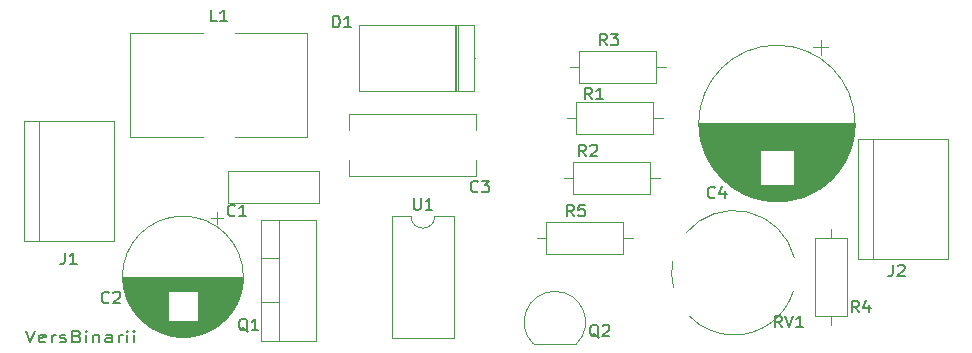
<source format=gbr>
%TF.GenerationSoftware,KiCad,Pcbnew,5.1.9*%
%TF.CreationDate,2021-03-09T01:50:32+01:00*%
%TF.ProjectId,nixie_power,6e697869-655f-4706-9f77-65722e6b6963,rev?*%
%TF.SameCoordinates,Original*%
%TF.FileFunction,Legend,Top*%
%TF.FilePolarity,Positive*%
%FSLAX46Y46*%
G04 Gerber Fmt 4.6, Leading zero omitted, Abs format (unit mm)*
G04 Created by KiCad (PCBNEW 5.1.9) date 2021-03-09 01:50:32*
%MOMM*%
%LPD*%
G01*
G04 APERTURE LIST*
%ADD10C,0.150000*%
%ADD11C,0.120000*%
G04 APERTURE END LIST*
D10*
X93866285Y-102068380D02*
X94266285Y-103068380D01*
X94666285Y-102068380D01*
X95523428Y-103020761D02*
X95409142Y-103068380D01*
X95180571Y-103068380D01*
X95066285Y-103020761D01*
X95009142Y-102925523D01*
X95009142Y-102544571D01*
X95066285Y-102449333D01*
X95180571Y-102401714D01*
X95409142Y-102401714D01*
X95523428Y-102449333D01*
X95580571Y-102544571D01*
X95580571Y-102639809D01*
X95009142Y-102735047D01*
X96094857Y-103068380D02*
X96094857Y-102401714D01*
X96094857Y-102592190D02*
X96152000Y-102496952D01*
X96209142Y-102449333D01*
X96323428Y-102401714D01*
X96437714Y-102401714D01*
X96780571Y-103020761D02*
X96894857Y-103068380D01*
X97123428Y-103068380D01*
X97237714Y-103020761D01*
X97294857Y-102925523D01*
X97294857Y-102877904D01*
X97237714Y-102782666D01*
X97123428Y-102735047D01*
X96952000Y-102735047D01*
X96837714Y-102687428D01*
X96780571Y-102592190D01*
X96780571Y-102544571D01*
X96837714Y-102449333D01*
X96952000Y-102401714D01*
X97123428Y-102401714D01*
X97237714Y-102449333D01*
X98209142Y-102544571D02*
X98380571Y-102592190D01*
X98437714Y-102639809D01*
X98494857Y-102735047D01*
X98494857Y-102877904D01*
X98437714Y-102973142D01*
X98380571Y-103020761D01*
X98266285Y-103068380D01*
X97809142Y-103068380D01*
X97809142Y-102068380D01*
X98209142Y-102068380D01*
X98323428Y-102116000D01*
X98380571Y-102163619D01*
X98437714Y-102258857D01*
X98437714Y-102354095D01*
X98380571Y-102449333D01*
X98323428Y-102496952D01*
X98209142Y-102544571D01*
X97809142Y-102544571D01*
X99009142Y-103068380D02*
X99009142Y-102401714D01*
X99009142Y-102068380D02*
X98952000Y-102116000D01*
X99009142Y-102163619D01*
X99066285Y-102116000D01*
X99009142Y-102068380D01*
X99009142Y-102163619D01*
X99580571Y-102401714D02*
X99580571Y-103068380D01*
X99580571Y-102496952D02*
X99637714Y-102449333D01*
X99752000Y-102401714D01*
X99923428Y-102401714D01*
X100037714Y-102449333D01*
X100094857Y-102544571D01*
X100094857Y-103068380D01*
X101180571Y-103068380D02*
X101180571Y-102544571D01*
X101123428Y-102449333D01*
X101009142Y-102401714D01*
X100780571Y-102401714D01*
X100666285Y-102449333D01*
X101180571Y-103020761D02*
X101066285Y-103068380D01*
X100780571Y-103068380D01*
X100666285Y-103020761D01*
X100609142Y-102925523D01*
X100609142Y-102830285D01*
X100666285Y-102735047D01*
X100780571Y-102687428D01*
X101066285Y-102687428D01*
X101180571Y-102639809D01*
X101752000Y-103068380D02*
X101752000Y-102401714D01*
X101752000Y-102592190D02*
X101809142Y-102496952D01*
X101866285Y-102449333D01*
X101980571Y-102401714D01*
X102094857Y-102401714D01*
X102494857Y-103068380D02*
X102494857Y-102401714D01*
X102494857Y-102068380D02*
X102437714Y-102116000D01*
X102494857Y-102163619D01*
X102552000Y-102116000D01*
X102494857Y-102068380D01*
X102494857Y-102163619D01*
X103066285Y-103068380D02*
X103066285Y-102401714D01*
X103066285Y-102068380D02*
X103009142Y-102116000D01*
X103066285Y-102163619D01*
X103123428Y-102116000D01*
X103066285Y-102068380D01*
X103066285Y-102163619D01*
D11*
%TO.C,R1*%
X147804000Y-84074000D02*
X147034000Y-84074000D01*
X139724000Y-84074000D02*
X140494000Y-84074000D01*
X147034000Y-82704000D02*
X140494000Y-82704000D01*
X147034000Y-85444000D02*
X147034000Y-82704000D01*
X140494000Y-85444000D02*
X147034000Y-85444000D01*
X140494000Y-82704000D02*
X140494000Y-85444000D01*
%TO.C,U1*%
X130158000Y-92396000D02*
X128508000Y-92396000D01*
X130158000Y-102676000D02*
X130158000Y-92396000D01*
X124858000Y-102676000D02*
X130158000Y-102676000D01*
X124858000Y-92396000D02*
X124858000Y-102676000D01*
X126508000Y-92396000D02*
X124858000Y-92396000D01*
X128508000Y-92396000D02*
G75*
G02*
X126508000Y-92396000I-1000000J0D01*
G01*
%TO.C,RV1*%
X153936030Y-102441357D02*
G75*
G02*
X150053000Y-100833000I-92030J5269357D01*
G01*
X148729609Y-98446881D02*
G75*
G02*
X148670000Y-96166000I5114391J1274881D01*
G01*
X149807379Y-93783525D02*
G75*
G02*
X158958000Y-95898000I4036621J-3388475D01*
G01*
X158883726Y-98712799D02*
G75*
G02*
X153844000Y-102442000I-5039726J1540799D01*
G01*
%TO.C,R5*%
X137184000Y-94234000D02*
X137954000Y-94234000D01*
X145264000Y-94234000D02*
X144494000Y-94234000D01*
X137954000Y-95604000D02*
X144494000Y-95604000D01*
X137954000Y-92864000D02*
X137954000Y-95604000D01*
X144494000Y-92864000D02*
X137954000Y-92864000D01*
X144494000Y-95604000D02*
X144494000Y-92864000D01*
%TO.C,R4*%
X162052000Y-101576000D02*
X162052000Y-100806000D01*
X162052000Y-93496000D02*
X162052000Y-94266000D01*
X163422000Y-100806000D02*
X163422000Y-94266000D01*
X160682000Y-100806000D02*
X163422000Y-100806000D01*
X160682000Y-94266000D02*
X160682000Y-100806000D01*
X163422000Y-94266000D02*
X160682000Y-94266000D01*
%TO.C,R3*%
X140748000Y-78386000D02*
X140748000Y-81126000D01*
X140748000Y-81126000D02*
X147288000Y-81126000D01*
X147288000Y-81126000D02*
X147288000Y-78386000D01*
X147288000Y-78386000D02*
X140748000Y-78386000D01*
X139978000Y-79756000D02*
X140748000Y-79756000D01*
X148058000Y-79756000D02*
X147288000Y-79756000D01*
%TO.C,R2*%
X147550000Y-89154000D02*
X146780000Y-89154000D01*
X139470000Y-89154000D02*
X140240000Y-89154000D01*
X146780000Y-87784000D02*
X140240000Y-87784000D01*
X146780000Y-90524000D02*
X146780000Y-87784000D01*
X140240000Y-90524000D02*
X146780000Y-90524000D01*
X140240000Y-87784000D02*
X140240000Y-90524000D01*
%TO.C,Q2*%
X136884000Y-103196000D02*
X140484000Y-103196000D01*
X140522478Y-103184478D02*
G75*
G03*
X138684000Y-98746000I-1838478J1838478D01*
G01*
X136845522Y-103184478D02*
G75*
G02*
X138684000Y-98746000I1838478J1838478D01*
G01*
%TO.C,Q1*%
X113824000Y-95939000D02*
X115334000Y-95939000D01*
X113824000Y-99640000D02*
X115334000Y-99640000D01*
X115334000Y-102910000D02*
X115334000Y-92670000D01*
X113824000Y-92670000D02*
X118465000Y-92670000D01*
X113824000Y-102910000D02*
X118465000Y-102910000D01*
X118465000Y-102910000D02*
X118465000Y-92670000D01*
X113824000Y-102910000D02*
X113824000Y-92670000D01*
%TO.C,L1*%
X117721000Y-76836000D02*
X117721000Y-85716000D01*
X102751000Y-76836000D02*
X102751000Y-85716000D01*
X111601000Y-85716000D02*
X117721000Y-85716000D01*
X102751000Y-85716000D02*
X108871000Y-85716000D01*
X111601000Y-76836000D02*
X117721000Y-76836000D01*
X102751000Y-76836000D02*
X108871000Y-76836000D01*
%TO.C,J2*%
X164338000Y-85852000D02*
X164338000Y-96012000D01*
X171958000Y-85852000D02*
X164338000Y-85852000D01*
X171958000Y-96012000D02*
X171958000Y-85852000D01*
X164338000Y-96012000D02*
X171958000Y-96012000D01*
X165608000Y-96012000D02*
X165608000Y-85852000D01*
%TO.C,J1*%
X93726000Y-84328000D02*
X93726000Y-94488000D01*
X101346000Y-84328000D02*
X93726000Y-84328000D01*
X101346000Y-94488000D02*
X101346000Y-84328000D01*
X93726000Y-94488000D02*
X101346000Y-94488000D01*
X94996000Y-94488000D02*
X94996000Y-84328000D01*
%TO.C,D1*%
X130452000Y-81779000D02*
X130452000Y-76209000D01*
X130212000Y-81779000D02*
X130212000Y-76209000D01*
X130332000Y-81779000D02*
X130332000Y-76209000D01*
X122090000Y-78994000D02*
X122120000Y-78994000D01*
X131910000Y-78994000D02*
X131880000Y-78994000D01*
X122120000Y-81779000D02*
X131880000Y-81779000D01*
X122120000Y-76209000D02*
X122120000Y-81779000D01*
X131880000Y-76209000D02*
X122120000Y-76209000D01*
X131880000Y-81779000D02*
X131880000Y-76209000D01*
%TO.C,C4*%
X161845000Y-78087431D02*
X160545000Y-78087431D01*
X161195000Y-77437431D02*
X161195000Y-78737431D01*
X157955000Y-91123000D02*
X157005000Y-91123000D01*
X158330000Y-91083000D02*
X156630000Y-91083000D01*
X158587000Y-91043000D02*
X156373000Y-91043000D01*
X158795000Y-91003000D02*
X156165000Y-91003000D01*
X158974000Y-90963000D02*
X155986000Y-90963000D01*
X159133000Y-90923000D02*
X155827000Y-90923000D01*
X159278000Y-90883000D02*
X155682000Y-90883000D01*
X159411000Y-90843000D02*
X155549000Y-90843000D01*
X159535000Y-90803000D02*
X155425000Y-90803000D01*
X159651000Y-90763000D02*
X155309000Y-90763000D01*
X159761000Y-90723000D02*
X155199000Y-90723000D01*
X159865000Y-90683000D02*
X155095000Y-90683000D01*
X159964000Y-90643000D02*
X154996000Y-90643000D01*
X160059000Y-90603000D02*
X154901000Y-90603000D01*
X160150000Y-90563000D02*
X154810000Y-90563000D01*
X160238000Y-90523000D02*
X154722000Y-90523000D01*
X160322000Y-90483000D02*
X154638000Y-90483000D01*
X160403000Y-90443000D02*
X154557000Y-90443000D01*
X160482000Y-90403000D02*
X154478000Y-90403000D01*
X160558000Y-90363000D02*
X154402000Y-90363000D01*
X160632000Y-90323000D02*
X154328000Y-90323000D01*
X160703000Y-90283000D02*
X154257000Y-90283000D01*
X160773000Y-90243000D02*
X154187000Y-90243000D01*
X160841000Y-90203000D02*
X154119000Y-90203000D01*
X160907000Y-90163000D02*
X154053000Y-90163000D01*
X160971000Y-90123000D02*
X153989000Y-90123000D01*
X161034000Y-90083000D02*
X153926000Y-90083000D01*
X161095000Y-90043000D02*
X153865000Y-90043000D01*
X161155000Y-90003000D02*
X153805000Y-90003000D01*
X161213000Y-89963000D02*
X153747000Y-89963000D01*
X161270000Y-89923000D02*
X153690000Y-89923000D01*
X161326000Y-89883000D02*
X153634000Y-89883000D01*
X161380000Y-89843000D02*
X153580000Y-89843000D01*
X161434000Y-89803000D02*
X153526000Y-89803000D01*
X161486000Y-89763000D02*
X153474000Y-89763000D01*
X161537000Y-89723000D02*
X153423000Y-89723000D01*
X156040000Y-89683000D02*
X153372000Y-89683000D01*
X161588000Y-89683000D02*
X158920000Y-89683000D01*
X156040000Y-89643000D02*
X153323000Y-89643000D01*
X161637000Y-89643000D02*
X158920000Y-89643000D01*
X156040000Y-89603000D02*
X153275000Y-89603000D01*
X161685000Y-89603000D02*
X158920000Y-89603000D01*
X156040000Y-89563000D02*
X153227000Y-89563000D01*
X161733000Y-89563000D02*
X158920000Y-89563000D01*
X156040000Y-89523000D02*
X153181000Y-89523000D01*
X161779000Y-89523000D02*
X158920000Y-89523000D01*
X156040000Y-89483000D02*
X153135000Y-89483000D01*
X161825000Y-89483000D02*
X158920000Y-89483000D01*
X156040000Y-89443000D02*
X153090000Y-89443000D01*
X161870000Y-89443000D02*
X158920000Y-89443000D01*
X156040000Y-89403000D02*
X153046000Y-89403000D01*
X161914000Y-89403000D02*
X158920000Y-89403000D01*
X156040000Y-89363000D02*
X153003000Y-89363000D01*
X161957000Y-89363000D02*
X158920000Y-89363000D01*
X156040000Y-89323000D02*
X152961000Y-89323000D01*
X161999000Y-89323000D02*
X158920000Y-89323000D01*
X156040000Y-89283000D02*
X152919000Y-89283000D01*
X162041000Y-89283000D02*
X158920000Y-89283000D01*
X156040000Y-89243000D02*
X152878000Y-89243000D01*
X162082000Y-89243000D02*
X158920000Y-89243000D01*
X156040000Y-89203000D02*
X152837000Y-89203000D01*
X162123000Y-89203000D02*
X158920000Y-89203000D01*
X156040000Y-89163000D02*
X152798000Y-89163000D01*
X162162000Y-89163000D02*
X158920000Y-89163000D01*
X156040000Y-89123000D02*
X152759000Y-89123000D01*
X162201000Y-89123000D02*
X158920000Y-89123000D01*
X156040000Y-89083000D02*
X152720000Y-89083000D01*
X162240000Y-89083000D02*
X158920000Y-89083000D01*
X156040000Y-89043000D02*
X152683000Y-89043000D01*
X162277000Y-89043000D02*
X158920000Y-89043000D01*
X156040000Y-89003000D02*
X152646000Y-89003000D01*
X162314000Y-89003000D02*
X158920000Y-89003000D01*
X156040000Y-88963000D02*
X152609000Y-88963000D01*
X162351000Y-88963000D02*
X158920000Y-88963000D01*
X156040000Y-88923000D02*
X152573000Y-88923000D01*
X162387000Y-88923000D02*
X158920000Y-88923000D01*
X156040000Y-88883000D02*
X152538000Y-88883000D01*
X162422000Y-88883000D02*
X158920000Y-88883000D01*
X156040000Y-88843000D02*
X152503000Y-88843000D01*
X162457000Y-88843000D02*
X158920000Y-88843000D01*
X156040000Y-88803000D02*
X152469000Y-88803000D01*
X162491000Y-88803000D02*
X158920000Y-88803000D01*
X156040000Y-88763000D02*
X152436000Y-88763000D01*
X162524000Y-88763000D02*
X158920000Y-88763000D01*
X156040000Y-88723000D02*
X152402000Y-88723000D01*
X162558000Y-88723000D02*
X158920000Y-88723000D01*
X156040000Y-88683000D02*
X152370000Y-88683000D01*
X162590000Y-88683000D02*
X158920000Y-88683000D01*
X156040000Y-88643000D02*
X152338000Y-88643000D01*
X162622000Y-88643000D02*
X158920000Y-88643000D01*
X156040000Y-88603000D02*
X152306000Y-88603000D01*
X162654000Y-88603000D02*
X158920000Y-88603000D01*
X156040000Y-88563000D02*
X152275000Y-88563000D01*
X162685000Y-88563000D02*
X158920000Y-88563000D01*
X156040000Y-88523000D02*
X152245000Y-88523000D01*
X162715000Y-88523000D02*
X158920000Y-88523000D01*
X156040000Y-88483000D02*
X152215000Y-88483000D01*
X162745000Y-88483000D02*
X158920000Y-88483000D01*
X156040000Y-88443000D02*
X152185000Y-88443000D01*
X162775000Y-88443000D02*
X158920000Y-88443000D01*
X156040000Y-88403000D02*
X152156000Y-88403000D01*
X162804000Y-88403000D02*
X158920000Y-88403000D01*
X156040000Y-88363000D02*
X152127000Y-88363000D01*
X162833000Y-88363000D02*
X158920000Y-88363000D01*
X156040000Y-88323000D02*
X152099000Y-88323000D01*
X162861000Y-88323000D02*
X158920000Y-88323000D01*
X156040000Y-88283000D02*
X152071000Y-88283000D01*
X162889000Y-88283000D02*
X158920000Y-88283000D01*
X156040000Y-88243000D02*
X152044000Y-88243000D01*
X162916000Y-88243000D02*
X158920000Y-88243000D01*
X156040000Y-88203000D02*
X152017000Y-88203000D01*
X162943000Y-88203000D02*
X158920000Y-88203000D01*
X156040000Y-88163000D02*
X151990000Y-88163000D01*
X162970000Y-88163000D02*
X158920000Y-88163000D01*
X156040000Y-88123000D02*
X151964000Y-88123000D01*
X162996000Y-88123000D02*
X158920000Y-88123000D01*
X156040000Y-88083000D02*
X151938000Y-88083000D01*
X163022000Y-88083000D02*
X158920000Y-88083000D01*
X156040000Y-88043000D02*
X151913000Y-88043000D01*
X163047000Y-88043000D02*
X158920000Y-88043000D01*
X156040000Y-88003000D02*
X151888000Y-88003000D01*
X163072000Y-88003000D02*
X158920000Y-88003000D01*
X156040000Y-87963000D02*
X151863000Y-87963000D01*
X163097000Y-87963000D02*
X158920000Y-87963000D01*
X156040000Y-87923000D02*
X151839000Y-87923000D01*
X163121000Y-87923000D02*
X158920000Y-87923000D01*
X156040000Y-87883000D02*
X151816000Y-87883000D01*
X163144000Y-87883000D02*
X158920000Y-87883000D01*
X156040000Y-87843000D02*
X151792000Y-87843000D01*
X163168000Y-87843000D02*
X158920000Y-87843000D01*
X156040000Y-87803000D02*
X151769000Y-87803000D01*
X163191000Y-87803000D02*
X158920000Y-87803000D01*
X156040000Y-87763000D02*
X151747000Y-87763000D01*
X163213000Y-87763000D02*
X158920000Y-87763000D01*
X156040000Y-87723000D02*
X151724000Y-87723000D01*
X163236000Y-87723000D02*
X158920000Y-87723000D01*
X156040000Y-87683000D02*
X151702000Y-87683000D01*
X163258000Y-87683000D02*
X158920000Y-87683000D01*
X156040000Y-87643000D02*
X151681000Y-87643000D01*
X163279000Y-87643000D02*
X158920000Y-87643000D01*
X156040000Y-87603000D02*
X151660000Y-87603000D01*
X163300000Y-87603000D02*
X158920000Y-87603000D01*
X156040000Y-87563000D02*
X151639000Y-87563000D01*
X163321000Y-87563000D02*
X158920000Y-87563000D01*
X156040000Y-87523000D02*
X151618000Y-87523000D01*
X163342000Y-87523000D02*
X158920000Y-87523000D01*
X156040000Y-87483000D02*
X151598000Y-87483000D01*
X163362000Y-87483000D02*
X158920000Y-87483000D01*
X156040000Y-87443000D02*
X151578000Y-87443000D01*
X163382000Y-87443000D02*
X158920000Y-87443000D01*
X156040000Y-87403000D02*
X151559000Y-87403000D01*
X163401000Y-87403000D02*
X158920000Y-87403000D01*
X156040000Y-87363000D02*
X151540000Y-87363000D01*
X163420000Y-87363000D02*
X158920000Y-87363000D01*
X156040000Y-87323000D02*
X151521000Y-87323000D01*
X163439000Y-87323000D02*
X158920000Y-87323000D01*
X156040000Y-87283000D02*
X151502000Y-87283000D01*
X163458000Y-87283000D02*
X158920000Y-87283000D01*
X156040000Y-87243000D02*
X151484000Y-87243000D01*
X163476000Y-87243000D02*
X158920000Y-87243000D01*
X156040000Y-87203000D02*
X151466000Y-87203000D01*
X163494000Y-87203000D02*
X158920000Y-87203000D01*
X156040000Y-87163000D02*
X151449000Y-87163000D01*
X163511000Y-87163000D02*
X158920000Y-87163000D01*
X156040000Y-87123000D02*
X151431000Y-87123000D01*
X163529000Y-87123000D02*
X158920000Y-87123000D01*
X156040000Y-87083000D02*
X151415000Y-87083000D01*
X163545000Y-87083000D02*
X158920000Y-87083000D01*
X156040000Y-87043000D02*
X151398000Y-87043000D01*
X163562000Y-87043000D02*
X158920000Y-87043000D01*
X156040000Y-87003000D02*
X151382000Y-87003000D01*
X163578000Y-87003000D02*
X158920000Y-87003000D01*
X156040000Y-86963000D02*
X151366000Y-86963000D01*
X163594000Y-86963000D02*
X158920000Y-86963000D01*
X156040000Y-86923000D02*
X151350000Y-86923000D01*
X163610000Y-86923000D02*
X158920000Y-86923000D01*
X156040000Y-86883000D02*
X151334000Y-86883000D01*
X163626000Y-86883000D02*
X158920000Y-86883000D01*
X156040000Y-86843000D02*
X151319000Y-86843000D01*
X163641000Y-86843000D02*
X158920000Y-86843000D01*
X163655000Y-86803000D02*
X151305000Y-86803000D01*
X163670000Y-86763000D02*
X151290000Y-86763000D01*
X163684000Y-86723000D02*
X151276000Y-86723000D01*
X163698000Y-86683000D02*
X151262000Y-86683000D01*
X163712000Y-86643000D02*
X151248000Y-86643000D01*
X163725000Y-86603000D02*
X151235000Y-86603000D01*
X163738000Y-86563000D02*
X151222000Y-86563000D01*
X163751000Y-86523000D02*
X151209000Y-86523000D01*
X163764000Y-86483000D02*
X151196000Y-86483000D01*
X163776000Y-86443000D02*
X151184000Y-86443000D01*
X163788000Y-86403000D02*
X151172000Y-86403000D01*
X163800000Y-86363000D02*
X151160000Y-86363000D01*
X163811000Y-86323000D02*
X151149000Y-86323000D01*
X163822000Y-86283000D02*
X151138000Y-86283000D01*
X163833000Y-86243000D02*
X151127000Y-86243000D01*
X163844000Y-86203000D02*
X151116000Y-86203000D01*
X163854000Y-86163000D02*
X151106000Y-86163000D01*
X163864000Y-86123000D02*
X151096000Y-86123000D01*
X163874000Y-86083000D02*
X151086000Y-86083000D01*
X163884000Y-86043000D02*
X151076000Y-86043000D01*
X163893000Y-86003000D02*
X151067000Y-86003000D01*
X163902000Y-85963000D02*
X151058000Y-85963000D01*
X163911000Y-85923000D02*
X151049000Y-85923000D01*
X163919000Y-85883000D02*
X151041000Y-85883000D01*
X163928000Y-85843000D02*
X151032000Y-85843000D01*
X163936000Y-85803000D02*
X151024000Y-85803000D01*
X163943000Y-85763000D02*
X151017000Y-85763000D01*
X163951000Y-85723000D02*
X151009000Y-85723000D01*
X163958000Y-85683000D02*
X151002000Y-85683000D01*
X163965000Y-85643000D02*
X150995000Y-85643000D01*
X163972000Y-85603000D02*
X150988000Y-85603000D01*
X163978000Y-85563000D02*
X150982000Y-85563000D01*
X163985000Y-85523000D02*
X150975000Y-85523000D01*
X163991000Y-85483000D02*
X150969000Y-85483000D01*
X163996000Y-85443000D02*
X150964000Y-85443000D01*
X164002000Y-85403000D02*
X150958000Y-85403000D01*
X164007000Y-85363000D02*
X150953000Y-85363000D01*
X164012000Y-85323000D02*
X150948000Y-85323000D01*
X164017000Y-85283000D02*
X150943000Y-85283000D01*
X164021000Y-85243000D02*
X150939000Y-85243000D01*
X164025000Y-85202000D02*
X150935000Y-85202000D01*
X164029000Y-85162000D02*
X150931000Y-85162000D01*
X164033000Y-85122000D02*
X150927000Y-85122000D01*
X164037000Y-85082000D02*
X150923000Y-85082000D01*
X164040000Y-85042000D02*
X150920000Y-85042000D01*
X164043000Y-85002000D02*
X150917000Y-85002000D01*
X164046000Y-84962000D02*
X150914000Y-84962000D01*
X164048000Y-84922000D02*
X150912000Y-84922000D01*
X164051000Y-84882000D02*
X150909000Y-84882000D01*
X164053000Y-84842000D02*
X150907000Y-84842000D01*
X164055000Y-84802000D02*
X150905000Y-84802000D01*
X164056000Y-84762000D02*
X150904000Y-84762000D01*
X164057000Y-84722000D02*
X150903000Y-84722000D01*
X164059000Y-84682000D02*
X150901000Y-84682000D01*
X164059000Y-84642000D02*
X150901000Y-84642000D01*
X164060000Y-84602000D02*
X150900000Y-84602000D01*
X164060000Y-84562000D02*
X150900000Y-84562000D01*
X164060000Y-84522000D02*
X150900000Y-84522000D01*
X164100000Y-84522000D02*
G75*
G03*
X164100000Y-84522000I-6620000J0D01*
G01*
%TO.C,C3*%
X132036000Y-87616000D02*
X132036000Y-88980000D01*
X132036000Y-83740000D02*
X132036000Y-85104000D01*
X121296000Y-87616000D02*
X121296000Y-88980000D01*
X121296000Y-83740000D02*
X121296000Y-85104000D01*
X121296000Y-88980000D02*
X132036000Y-88980000D01*
X121296000Y-83740000D02*
X132036000Y-83740000D01*
%TO.C,C2*%
X110563000Y-92516354D02*
X109563000Y-92516354D01*
X110063000Y-92016354D02*
X110063000Y-93016354D01*
X107787000Y-102577000D02*
X106589000Y-102577000D01*
X108050000Y-102537000D02*
X106326000Y-102537000D01*
X108250000Y-102497000D02*
X106126000Y-102497000D01*
X108418000Y-102457000D02*
X105958000Y-102457000D01*
X108566000Y-102417000D02*
X105810000Y-102417000D01*
X108698000Y-102377000D02*
X105678000Y-102377000D01*
X108818000Y-102337000D02*
X105558000Y-102337000D01*
X108930000Y-102297000D02*
X105446000Y-102297000D01*
X109034000Y-102257000D02*
X105342000Y-102257000D01*
X109132000Y-102217000D02*
X105244000Y-102217000D01*
X109225000Y-102177000D02*
X105151000Y-102177000D01*
X109313000Y-102137000D02*
X105063000Y-102137000D01*
X109397000Y-102097000D02*
X104979000Y-102097000D01*
X109477000Y-102057000D02*
X104899000Y-102057000D01*
X109553000Y-102017000D02*
X104823000Y-102017000D01*
X109627000Y-101977000D02*
X104749000Y-101977000D01*
X109698000Y-101937000D02*
X104678000Y-101937000D01*
X109767000Y-101897000D02*
X104609000Y-101897000D01*
X109833000Y-101857000D02*
X104543000Y-101857000D01*
X109897000Y-101817000D02*
X104479000Y-101817000D01*
X109958000Y-101777000D02*
X104418000Y-101777000D01*
X110018000Y-101737000D02*
X104358000Y-101737000D01*
X110077000Y-101697000D02*
X104299000Y-101697000D01*
X110133000Y-101657000D02*
X104243000Y-101657000D01*
X110188000Y-101617000D02*
X104188000Y-101617000D01*
X110242000Y-101577000D02*
X104134000Y-101577000D01*
X110294000Y-101537000D02*
X104082000Y-101537000D01*
X110344000Y-101497000D02*
X104032000Y-101497000D01*
X110394000Y-101457000D02*
X103982000Y-101457000D01*
X110442000Y-101417000D02*
X103934000Y-101417000D01*
X110489000Y-101377000D02*
X103887000Y-101377000D01*
X110535000Y-101337000D02*
X103841000Y-101337000D01*
X110580000Y-101297000D02*
X103796000Y-101297000D01*
X110624000Y-101257000D02*
X103752000Y-101257000D01*
X105947000Y-101217000D02*
X103710000Y-101217000D01*
X110666000Y-101217000D02*
X108429000Y-101217000D01*
X105947000Y-101177000D02*
X103668000Y-101177000D01*
X110708000Y-101177000D02*
X108429000Y-101177000D01*
X105947000Y-101137000D02*
X103627000Y-101137000D01*
X110749000Y-101137000D02*
X108429000Y-101137000D01*
X105947000Y-101097000D02*
X103587000Y-101097000D01*
X110789000Y-101097000D02*
X108429000Y-101097000D01*
X105947000Y-101057000D02*
X103548000Y-101057000D01*
X110828000Y-101057000D02*
X108429000Y-101057000D01*
X105947000Y-101017000D02*
X103509000Y-101017000D01*
X110867000Y-101017000D02*
X108429000Y-101017000D01*
X105947000Y-100977000D02*
X103472000Y-100977000D01*
X110904000Y-100977000D02*
X108429000Y-100977000D01*
X105947000Y-100937000D02*
X103435000Y-100937000D01*
X110941000Y-100937000D02*
X108429000Y-100937000D01*
X105947000Y-100897000D02*
X103399000Y-100897000D01*
X110977000Y-100897000D02*
X108429000Y-100897000D01*
X105947000Y-100857000D02*
X103364000Y-100857000D01*
X111012000Y-100857000D02*
X108429000Y-100857000D01*
X105947000Y-100817000D02*
X103330000Y-100817000D01*
X111046000Y-100817000D02*
X108429000Y-100817000D01*
X105947000Y-100777000D02*
X103296000Y-100777000D01*
X111080000Y-100777000D02*
X108429000Y-100777000D01*
X105947000Y-100737000D02*
X103263000Y-100737000D01*
X111113000Y-100737000D02*
X108429000Y-100737000D01*
X105947000Y-100697000D02*
X103231000Y-100697000D01*
X111145000Y-100697000D02*
X108429000Y-100697000D01*
X105947000Y-100657000D02*
X103199000Y-100657000D01*
X111177000Y-100657000D02*
X108429000Y-100657000D01*
X105947000Y-100617000D02*
X103168000Y-100617000D01*
X111208000Y-100617000D02*
X108429000Y-100617000D01*
X105947000Y-100577000D02*
X103138000Y-100577000D01*
X111238000Y-100577000D02*
X108429000Y-100577000D01*
X105947000Y-100537000D02*
X103108000Y-100537000D01*
X111268000Y-100537000D02*
X108429000Y-100537000D01*
X105947000Y-100497000D02*
X103078000Y-100497000D01*
X111298000Y-100497000D02*
X108429000Y-100497000D01*
X105947000Y-100457000D02*
X103050000Y-100457000D01*
X111326000Y-100457000D02*
X108429000Y-100457000D01*
X105947000Y-100417000D02*
X103022000Y-100417000D01*
X111354000Y-100417000D02*
X108429000Y-100417000D01*
X105947000Y-100377000D02*
X102994000Y-100377000D01*
X111382000Y-100377000D02*
X108429000Y-100377000D01*
X105947000Y-100337000D02*
X102967000Y-100337000D01*
X111409000Y-100337000D02*
X108429000Y-100337000D01*
X105947000Y-100297000D02*
X102941000Y-100297000D01*
X111435000Y-100297000D02*
X108429000Y-100297000D01*
X105947000Y-100257000D02*
X102915000Y-100257000D01*
X111461000Y-100257000D02*
X108429000Y-100257000D01*
X105947000Y-100217000D02*
X102890000Y-100217000D01*
X111486000Y-100217000D02*
X108429000Y-100217000D01*
X105947000Y-100177000D02*
X102865000Y-100177000D01*
X111511000Y-100177000D02*
X108429000Y-100177000D01*
X105947000Y-100137000D02*
X102841000Y-100137000D01*
X111535000Y-100137000D02*
X108429000Y-100137000D01*
X105947000Y-100097000D02*
X102817000Y-100097000D01*
X111559000Y-100097000D02*
X108429000Y-100097000D01*
X105947000Y-100057000D02*
X102793000Y-100057000D01*
X111583000Y-100057000D02*
X108429000Y-100057000D01*
X105947000Y-100017000D02*
X102771000Y-100017000D01*
X111605000Y-100017000D02*
X108429000Y-100017000D01*
X105947000Y-99977000D02*
X102748000Y-99977000D01*
X111628000Y-99977000D02*
X108429000Y-99977000D01*
X105947000Y-99937000D02*
X102726000Y-99937000D01*
X111650000Y-99937000D02*
X108429000Y-99937000D01*
X105947000Y-99897000D02*
X102705000Y-99897000D01*
X111671000Y-99897000D02*
X108429000Y-99897000D01*
X105947000Y-99857000D02*
X102684000Y-99857000D01*
X111692000Y-99857000D02*
X108429000Y-99857000D01*
X105947000Y-99817000D02*
X102663000Y-99817000D01*
X111713000Y-99817000D02*
X108429000Y-99817000D01*
X105947000Y-99777000D02*
X102643000Y-99777000D01*
X111733000Y-99777000D02*
X108429000Y-99777000D01*
X105947000Y-99737000D02*
X102624000Y-99737000D01*
X111752000Y-99737000D02*
X108429000Y-99737000D01*
X105947000Y-99697000D02*
X102604000Y-99697000D01*
X111772000Y-99697000D02*
X108429000Y-99697000D01*
X105947000Y-99657000D02*
X102585000Y-99657000D01*
X111791000Y-99657000D02*
X108429000Y-99657000D01*
X105947000Y-99617000D02*
X102567000Y-99617000D01*
X111809000Y-99617000D02*
X108429000Y-99617000D01*
X105947000Y-99577000D02*
X102549000Y-99577000D01*
X111827000Y-99577000D02*
X108429000Y-99577000D01*
X105947000Y-99537000D02*
X102531000Y-99537000D01*
X111845000Y-99537000D02*
X108429000Y-99537000D01*
X105947000Y-99497000D02*
X102514000Y-99497000D01*
X111862000Y-99497000D02*
X108429000Y-99497000D01*
X105947000Y-99457000D02*
X102498000Y-99457000D01*
X111878000Y-99457000D02*
X108429000Y-99457000D01*
X105947000Y-99417000D02*
X102481000Y-99417000D01*
X111895000Y-99417000D02*
X108429000Y-99417000D01*
X105947000Y-99377000D02*
X102465000Y-99377000D01*
X111911000Y-99377000D02*
X108429000Y-99377000D01*
X105947000Y-99337000D02*
X102450000Y-99337000D01*
X111926000Y-99337000D02*
X108429000Y-99337000D01*
X105947000Y-99297000D02*
X102434000Y-99297000D01*
X111942000Y-99297000D02*
X108429000Y-99297000D01*
X105947000Y-99257000D02*
X102420000Y-99257000D01*
X111956000Y-99257000D02*
X108429000Y-99257000D01*
X105947000Y-99217000D02*
X102405000Y-99217000D01*
X111971000Y-99217000D02*
X108429000Y-99217000D01*
X105947000Y-99177000D02*
X102391000Y-99177000D01*
X111985000Y-99177000D02*
X108429000Y-99177000D01*
X105947000Y-99137000D02*
X102377000Y-99137000D01*
X111999000Y-99137000D02*
X108429000Y-99137000D01*
X105947000Y-99097000D02*
X102364000Y-99097000D01*
X112012000Y-99097000D02*
X108429000Y-99097000D01*
X105947000Y-99057000D02*
X102351000Y-99057000D01*
X112025000Y-99057000D02*
X108429000Y-99057000D01*
X105947000Y-99017000D02*
X102338000Y-99017000D01*
X112038000Y-99017000D02*
X108429000Y-99017000D01*
X105947000Y-98977000D02*
X102326000Y-98977000D01*
X112050000Y-98977000D02*
X108429000Y-98977000D01*
X105947000Y-98937000D02*
X102314000Y-98937000D01*
X112062000Y-98937000D02*
X108429000Y-98937000D01*
X105947000Y-98897000D02*
X102303000Y-98897000D01*
X112073000Y-98897000D02*
X108429000Y-98897000D01*
X105947000Y-98857000D02*
X102291000Y-98857000D01*
X112085000Y-98857000D02*
X108429000Y-98857000D01*
X105947000Y-98817000D02*
X102281000Y-98817000D01*
X112095000Y-98817000D02*
X108429000Y-98817000D01*
X105947000Y-98777000D02*
X102270000Y-98777000D01*
X112106000Y-98777000D02*
X108429000Y-98777000D01*
X112116000Y-98737000D02*
X102260000Y-98737000D01*
X112126000Y-98697000D02*
X102250000Y-98697000D01*
X112135000Y-98657000D02*
X102241000Y-98657000D01*
X112144000Y-98617000D02*
X102232000Y-98617000D01*
X112153000Y-98577000D02*
X102223000Y-98577000D01*
X112162000Y-98537000D02*
X102214000Y-98537000D01*
X112170000Y-98497000D02*
X102206000Y-98497000D01*
X112178000Y-98457000D02*
X102198000Y-98457000D01*
X112185000Y-98417000D02*
X102191000Y-98417000D01*
X112192000Y-98377000D02*
X102184000Y-98377000D01*
X112199000Y-98337000D02*
X102177000Y-98337000D01*
X112206000Y-98297000D02*
X102170000Y-98297000D01*
X112212000Y-98257000D02*
X102164000Y-98257000D01*
X112218000Y-98217000D02*
X102158000Y-98217000D01*
X112223000Y-98176000D02*
X102153000Y-98176000D01*
X112228000Y-98136000D02*
X102148000Y-98136000D01*
X112233000Y-98096000D02*
X102143000Y-98096000D01*
X112238000Y-98056000D02*
X102138000Y-98056000D01*
X112242000Y-98016000D02*
X102134000Y-98016000D01*
X112246000Y-97976000D02*
X102130000Y-97976000D01*
X112250000Y-97936000D02*
X102126000Y-97936000D01*
X112253000Y-97896000D02*
X102123000Y-97896000D01*
X112256000Y-97856000D02*
X102120000Y-97856000D01*
X112258000Y-97816000D02*
X102118000Y-97816000D01*
X112261000Y-97776000D02*
X102115000Y-97776000D01*
X112263000Y-97736000D02*
X102113000Y-97736000D01*
X112265000Y-97696000D02*
X102111000Y-97696000D01*
X112266000Y-97656000D02*
X102110000Y-97656000D01*
X112267000Y-97616000D02*
X102109000Y-97616000D01*
X112268000Y-97576000D02*
X102108000Y-97576000D01*
X112268000Y-97536000D02*
X102108000Y-97536000D01*
X112268000Y-97496000D02*
X102108000Y-97496000D01*
X112308000Y-97496000D02*
G75*
G03*
X112308000Y-97496000I-5120000J0D01*
G01*
%TO.C,C1*%
X110978000Y-91286000D02*
X110978000Y-88546000D01*
X118718000Y-91286000D02*
X118718000Y-88546000D01*
X118718000Y-88546000D02*
X110978000Y-88546000D01*
X118718000Y-91286000D02*
X110978000Y-91286000D01*
%TO.C,R1*%
D10*
X141819333Y-82494380D02*
X141486000Y-82018190D01*
X141247904Y-82494380D02*
X141247904Y-81494380D01*
X141628857Y-81494380D01*
X141724095Y-81542000D01*
X141771714Y-81589619D01*
X141819333Y-81684857D01*
X141819333Y-81827714D01*
X141771714Y-81922952D01*
X141724095Y-81970571D01*
X141628857Y-82018190D01*
X141247904Y-82018190D01*
X142771714Y-82494380D02*
X142200285Y-82494380D01*
X142486000Y-82494380D02*
X142486000Y-81494380D01*
X142390761Y-81637238D01*
X142295523Y-81732476D01*
X142200285Y-81780095D01*
%TO.C,U1*%
X126746095Y-90848380D02*
X126746095Y-91657904D01*
X126793714Y-91753142D01*
X126841333Y-91800761D01*
X126936571Y-91848380D01*
X127127047Y-91848380D01*
X127222285Y-91800761D01*
X127269904Y-91753142D01*
X127317523Y-91657904D01*
X127317523Y-90848380D01*
X128317523Y-91848380D02*
X127746095Y-91848380D01*
X128031809Y-91848380D02*
X128031809Y-90848380D01*
X127936571Y-90991238D01*
X127841333Y-91086476D01*
X127746095Y-91134095D01*
%TO.C,RV1*%
X157900761Y-101798380D02*
X157567428Y-101322190D01*
X157329333Y-101798380D02*
X157329333Y-100798380D01*
X157710285Y-100798380D01*
X157805523Y-100846000D01*
X157853142Y-100893619D01*
X157900761Y-100988857D01*
X157900761Y-101131714D01*
X157853142Y-101226952D01*
X157805523Y-101274571D01*
X157710285Y-101322190D01*
X157329333Y-101322190D01*
X158186476Y-100798380D02*
X158519809Y-101798380D01*
X158853142Y-100798380D01*
X159710285Y-101798380D02*
X159138857Y-101798380D01*
X159424571Y-101798380D02*
X159424571Y-100798380D01*
X159329333Y-100941238D01*
X159234095Y-101036476D01*
X159138857Y-101084095D01*
%TO.C,R5*%
X140295333Y-92400380D02*
X139962000Y-91924190D01*
X139723904Y-92400380D02*
X139723904Y-91400380D01*
X140104857Y-91400380D01*
X140200095Y-91448000D01*
X140247714Y-91495619D01*
X140295333Y-91590857D01*
X140295333Y-91733714D01*
X140247714Y-91828952D01*
X140200095Y-91876571D01*
X140104857Y-91924190D01*
X139723904Y-91924190D01*
X141200095Y-91400380D02*
X140723904Y-91400380D01*
X140676285Y-91876571D01*
X140723904Y-91828952D01*
X140819142Y-91781333D01*
X141057238Y-91781333D01*
X141152476Y-91828952D01*
X141200095Y-91876571D01*
X141247714Y-91971809D01*
X141247714Y-92209904D01*
X141200095Y-92305142D01*
X141152476Y-92352761D01*
X141057238Y-92400380D01*
X140819142Y-92400380D01*
X140723904Y-92352761D01*
X140676285Y-92305142D01*
%TO.C,R4*%
X164425333Y-100528380D02*
X164092000Y-100052190D01*
X163853904Y-100528380D02*
X163853904Y-99528380D01*
X164234857Y-99528380D01*
X164330095Y-99576000D01*
X164377714Y-99623619D01*
X164425333Y-99718857D01*
X164425333Y-99861714D01*
X164377714Y-99956952D01*
X164330095Y-100004571D01*
X164234857Y-100052190D01*
X163853904Y-100052190D01*
X165282476Y-99861714D02*
X165282476Y-100528380D01*
X165044380Y-99480761D02*
X164806285Y-100195047D01*
X165425333Y-100195047D01*
%TO.C,R3*%
X143089333Y-77922380D02*
X142756000Y-77446190D01*
X142517904Y-77922380D02*
X142517904Y-76922380D01*
X142898857Y-76922380D01*
X142994095Y-76970000D01*
X143041714Y-77017619D01*
X143089333Y-77112857D01*
X143089333Y-77255714D01*
X143041714Y-77350952D01*
X142994095Y-77398571D01*
X142898857Y-77446190D01*
X142517904Y-77446190D01*
X143422666Y-76922380D02*
X144041714Y-76922380D01*
X143708380Y-77303333D01*
X143851238Y-77303333D01*
X143946476Y-77350952D01*
X143994095Y-77398571D01*
X144041714Y-77493809D01*
X144041714Y-77731904D01*
X143994095Y-77827142D01*
X143946476Y-77874761D01*
X143851238Y-77922380D01*
X143565523Y-77922380D01*
X143470285Y-77874761D01*
X143422666Y-77827142D01*
%TO.C,R2*%
X141311333Y-87320380D02*
X140978000Y-86844190D01*
X140739904Y-87320380D02*
X140739904Y-86320380D01*
X141120857Y-86320380D01*
X141216095Y-86368000D01*
X141263714Y-86415619D01*
X141311333Y-86510857D01*
X141311333Y-86653714D01*
X141263714Y-86748952D01*
X141216095Y-86796571D01*
X141120857Y-86844190D01*
X140739904Y-86844190D01*
X141692285Y-86415619D02*
X141739904Y-86368000D01*
X141835142Y-86320380D01*
X142073238Y-86320380D01*
X142168476Y-86368000D01*
X142216095Y-86415619D01*
X142263714Y-86510857D01*
X142263714Y-86606095D01*
X142216095Y-86748952D01*
X141644666Y-87320380D01*
X142263714Y-87320380D01*
%TO.C,Q2*%
X142398761Y-102655619D02*
X142303523Y-102608000D01*
X142208285Y-102512761D01*
X142065428Y-102369904D01*
X141970190Y-102322285D01*
X141874952Y-102322285D01*
X141922571Y-102560380D02*
X141827333Y-102512761D01*
X141732095Y-102417523D01*
X141684476Y-102227047D01*
X141684476Y-101893714D01*
X141732095Y-101703238D01*
X141827333Y-101608000D01*
X141922571Y-101560380D01*
X142113047Y-101560380D01*
X142208285Y-101608000D01*
X142303523Y-101703238D01*
X142351142Y-101893714D01*
X142351142Y-102227047D01*
X142303523Y-102417523D01*
X142208285Y-102512761D01*
X142113047Y-102560380D01*
X141922571Y-102560380D01*
X142732095Y-101655619D02*
X142779714Y-101608000D01*
X142874952Y-101560380D01*
X143113047Y-101560380D01*
X143208285Y-101608000D01*
X143255904Y-101655619D01*
X143303523Y-101750857D01*
X143303523Y-101846095D01*
X143255904Y-101988952D01*
X142684476Y-102560380D01*
X143303523Y-102560380D01*
%TO.C,Q1*%
X112680761Y-102147619D02*
X112585523Y-102100000D01*
X112490285Y-102004761D01*
X112347428Y-101861904D01*
X112252190Y-101814285D01*
X112156952Y-101814285D01*
X112204571Y-102052380D02*
X112109333Y-102004761D01*
X112014095Y-101909523D01*
X111966476Y-101719047D01*
X111966476Y-101385714D01*
X112014095Y-101195238D01*
X112109333Y-101100000D01*
X112204571Y-101052380D01*
X112395047Y-101052380D01*
X112490285Y-101100000D01*
X112585523Y-101195238D01*
X112633142Y-101385714D01*
X112633142Y-101719047D01*
X112585523Y-101909523D01*
X112490285Y-102004761D01*
X112395047Y-102052380D01*
X112204571Y-102052380D01*
X113585523Y-102052380D02*
X113014095Y-102052380D01*
X113299809Y-102052380D02*
X113299809Y-101052380D01*
X113204571Y-101195238D01*
X113109333Y-101290476D01*
X113014095Y-101338095D01*
%TO.C,L1*%
X110069333Y-75888380D02*
X109593142Y-75888380D01*
X109593142Y-74888380D01*
X110926476Y-75888380D02*
X110355047Y-75888380D01*
X110640761Y-75888380D02*
X110640761Y-74888380D01*
X110545523Y-75031238D01*
X110450285Y-75126476D01*
X110355047Y-75174095D01*
%TO.C,J2*%
X167306666Y-96480380D02*
X167306666Y-97194666D01*
X167259047Y-97337523D01*
X167163809Y-97432761D01*
X167020952Y-97480380D01*
X166925714Y-97480380D01*
X167735238Y-96575619D02*
X167782857Y-96528000D01*
X167878095Y-96480380D01*
X168116190Y-96480380D01*
X168211428Y-96528000D01*
X168259047Y-96575619D01*
X168306666Y-96670857D01*
X168306666Y-96766095D01*
X168259047Y-96908952D01*
X167687619Y-97480380D01*
X168306666Y-97480380D01*
%TO.C,J1*%
X97202666Y-95464380D02*
X97202666Y-96178666D01*
X97155047Y-96321523D01*
X97059809Y-96416761D01*
X96916952Y-96464380D01*
X96821714Y-96464380D01*
X98202666Y-96464380D02*
X97631238Y-96464380D01*
X97916952Y-96464380D02*
X97916952Y-95464380D01*
X97821714Y-95607238D01*
X97726476Y-95702476D01*
X97631238Y-95750095D01*
%TO.C,D1*%
X119911904Y-76398380D02*
X119911904Y-75398380D01*
X120150000Y-75398380D01*
X120292857Y-75446000D01*
X120388095Y-75541238D01*
X120435714Y-75636476D01*
X120483333Y-75826952D01*
X120483333Y-75969809D01*
X120435714Y-76160285D01*
X120388095Y-76255523D01*
X120292857Y-76350761D01*
X120150000Y-76398380D01*
X119911904Y-76398380D01*
X121435714Y-76398380D02*
X120864285Y-76398380D01*
X121150000Y-76398380D02*
X121150000Y-75398380D01*
X121054761Y-75541238D01*
X120959523Y-75636476D01*
X120864285Y-75684095D01*
%TO.C,C4*%
X152233333Y-90781142D02*
X152185714Y-90828761D01*
X152042857Y-90876380D01*
X151947619Y-90876380D01*
X151804761Y-90828761D01*
X151709523Y-90733523D01*
X151661904Y-90638285D01*
X151614285Y-90447809D01*
X151614285Y-90304952D01*
X151661904Y-90114476D01*
X151709523Y-90019238D01*
X151804761Y-89924000D01*
X151947619Y-89876380D01*
X152042857Y-89876380D01*
X152185714Y-89924000D01*
X152233333Y-89971619D01*
X153090476Y-90209714D02*
X153090476Y-90876380D01*
X152852380Y-89828761D02*
X152614285Y-90543047D01*
X153233333Y-90543047D01*
%TO.C,C3*%
X132167333Y-90273142D02*
X132119714Y-90320761D01*
X131976857Y-90368380D01*
X131881619Y-90368380D01*
X131738761Y-90320761D01*
X131643523Y-90225523D01*
X131595904Y-90130285D01*
X131548285Y-89939809D01*
X131548285Y-89796952D01*
X131595904Y-89606476D01*
X131643523Y-89511238D01*
X131738761Y-89416000D01*
X131881619Y-89368380D01*
X131976857Y-89368380D01*
X132119714Y-89416000D01*
X132167333Y-89463619D01*
X132500666Y-89368380D02*
X133119714Y-89368380D01*
X132786380Y-89749333D01*
X132929238Y-89749333D01*
X133024476Y-89796952D01*
X133072095Y-89844571D01*
X133119714Y-89939809D01*
X133119714Y-90177904D01*
X133072095Y-90273142D01*
X133024476Y-90320761D01*
X132929238Y-90368380D01*
X132643523Y-90368380D01*
X132548285Y-90320761D01*
X132500666Y-90273142D01*
%TO.C,C2*%
X100925333Y-99671142D02*
X100877714Y-99718761D01*
X100734857Y-99766380D01*
X100639619Y-99766380D01*
X100496761Y-99718761D01*
X100401523Y-99623523D01*
X100353904Y-99528285D01*
X100306285Y-99337809D01*
X100306285Y-99194952D01*
X100353904Y-99004476D01*
X100401523Y-98909238D01*
X100496761Y-98814000D01*
X100639619Y-98766380D01*
X100734857Y-98766380D01*
X100877714Y-98814000D01*
X100925333Y-98861619D01*
X101306285Y-98861619D02*
X101353904Y-98814000D01*
X101449142Y-98766380D01*
X101687238Y-98766380D01*
X101782476Y-98814000D01*
X101830095Y-98861619D01*
X101877714Y-98956857D01*
X101877714Y-99052095D01*
X101830095Y-99194952D01*
X101258666Y-99766380D01*
X101877714Y-99766380D01*
%TO.C,C1*%
X111593333Y-92305142D02*
X111545714Y-92352761D01*
X111402857Y-92400380D01*
X111307619Y-92400380D01*
X111164761Y-92352761D01*
X111069523Y-92257523D01*
X111021904Y-92162285D01*
X110974285Y-91971809D01*
X110974285Y-91828952D01*
X111021904Y-91638476D01*
X111069523Y-91543238D01*
X111164761Y-91448000D01*
X111307619Y-91400380D01*
X111402857Y-91400380D01*
X111545714Y-91448000D01*
X111593333Y-91495619D01*
X112545714Y-92400380D02*
X111974285Y-92400380D01*
X112260000Y-92400380D02*
X112260000Y-91400380D01*
X112164761Y-91543238D01*
X112069523Y-91638476D01*
X111974285Y-91686095D01*
%TD*%
M02*

</source>
